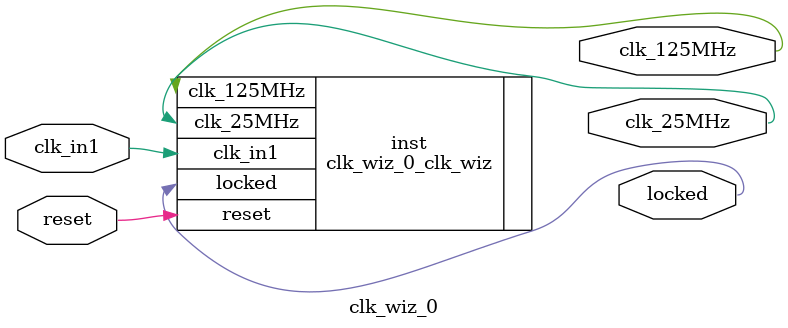
<source format=v>


`timescale 1ps/1ps

(* CORE_GENERATION_INFO = "clk_wiz_0,clk_wiz_v6_0_11_0_0,{component_name=clk_wiz_0,use_phase_alignment=true,use_min_o_jitter=false,use_max_i_jitter=false,use_dyn_phase_shift=false,use_inclk_switchover=false,use_dyn_reconfig=false,enable_axi=0,feedback_source=FDBK_AUTO,PRIMITIVE=MMCM,num_out_clk=2,clkin1_period=10.000,clkin2_period=10.000,use_power_down=false,use_reset=true,use_locked=true,use_inclk_stopped=false,feedback_type=SINGLE,CLOCK_MGR_TYPE=NA,manual_override=false}" *)

module clk_wiz_0 
 (
  // Clock out ports
  output        clk_25MHz,
  output        clk_125MHz,
  // Status and control signals
  input         reset,
  output        locked,
 // Clock in ports
  input         clk_in1
 );

  clk_wiz_0_clk_wiz inst
  (
  // Clock out ports  
  .clk_25MHz(clk_25MHz),
  .clk_125MHz(clk_125MHz),
  // Status and control signals               
  .reset(reset), 
  .locked(locked),
 // Clock in ports
  .clk_in1(clk_in1)
  );

endmodule

</source>
